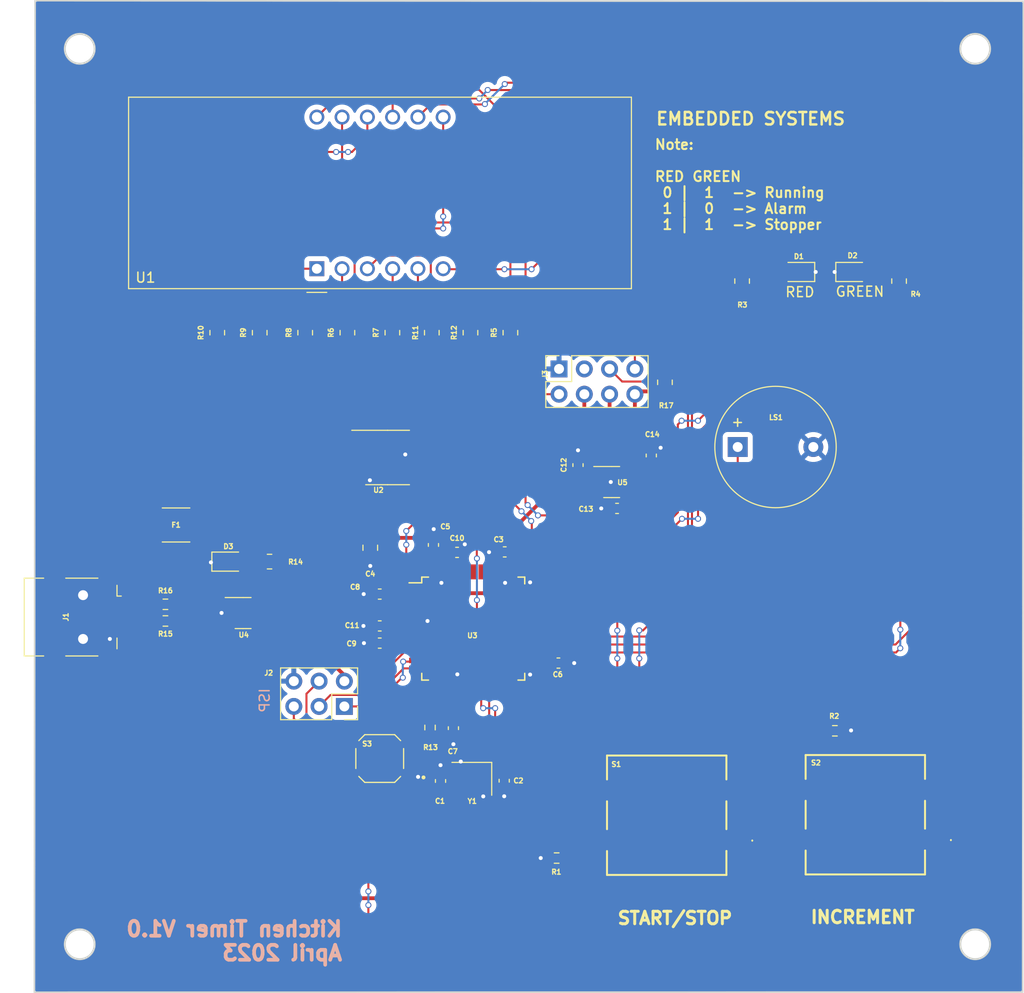
<source format=kicad_pcb>
(kicad_pcb (version 20221018) (generator pcbnew)
  (layers (0 "F.Cu" signal) (31 "B.Cu" signal) (34 "B.Paste" user) (35 "F.Paste" user) (36 "B.SilkS" user "B.Silkscreen") (37 "F.SilkS" user "F.Silkscreen") (38 "B.Mask" user) (39 "F.Mask" user) (44 "Edge.Cuts" user))
  (net 0 "")
  (net 1 "GND")
  (net 2 "Net-(D1-A)")
  (net 3 "Net-(D2-A)")
  (net 4 "Buzzer")
  (net 5 "Button_1")
  (net 6 "Button_2")
  (net 7 "RED_LED")
  (net 8 "GREEN_LED")
  (net 9 "a")
  (net 10 "Net-(U1-a)")
  (net 11 "b")
  (net 12 "Net-(U1-b)")
  (net 13 "c")
  (net 14 "Net-(U1-c)")
  (net 15 "d")
  (net 16 "Net-(U1-d)")
  (net 17 "e")
  (net 18 "Net-(U1-e)")
  (net 19 "f")
  (net 20 "Net-(U1-f)")
  (net 21 "g")
  (net 22 "Net-(U1-g)")
  (net 23 "dp")
  (net 24 "Net-(U1-DPX)")
  (net 27 "+5V")
  (net 30 "Dig4")
  (net 31 "Dig3")
  (net 32 "Dig2")
  (net 33 "Dig1")
  (net 35 "SH_CP")
  (net 36 "ST_CP")
  (net 37 "DS")
  (net 38 "XTAL2")
  (net 39 "XTAL1")
  (net 40 "RST")
  (net 41 "/AREF")
  (net 42 "/UCAP")
  (net 43 "Net-(U5-BP)")
  (net 44 "+3V3")
  (net 45 "Net-(D3-A)")
  (net 46 "Net-(J1-VBUS)")
  (net 47 "Net-(J1-D-)")
  (net 49 "Net-(J1-D+)")
  (net 51 "unconnected-(J1-Shield-Pad6)")
  (net 52 "MISO")
  (net 53 "SCK")
  (net 54 "MOSI")
  (net 55 "TX")
  (net 57 "Net-(J3-Pin_5)")
  (net 58 "RX")
  (net 60 "USB_CONN_D+")
  (net 61 "USB_CONN_D-")
  (net 62 "USB_D-")
  (net 63 "USB_D+")
  (footprint "Display_7Segment:CA56-12EWA" (layer "F.Cu") (at 132.118 59.144 90)
    (fp_text reference "U1")
    (fp_text value "CA56-12EWA")
  )
  (footprint "Resistor_SMD:R_0805_2012Metric" (layer "F.Cu") (at 167.1066 70.5612 -90)
    (fp_text reference "R17")
    (fp_text value "10K")
  )
  (footprint "PTS526_SMD_Button:PTS526_SMD_Button" (layer "F.Cu") (at 138.4398 108.3734 180)
    (fp_text reference "S3")
    (fp_text value "PTS526_SM08_SMTR2_LFS" hide)
  )
  (footprint "Resistor_SMD:R_0805_2012Metric" (layer "F.Cu") (at 143.675 65.5721 90)
    (fp_text reference "R11")
    (fp_text value "100")
  )
  (footprint "Capacitor_SMD:C_0603_1608Metric" (layer "F.Cu") (at 150.9522 110.604 -90)
    (fp_text reference "C2")
    (fp_text value "22pF")
  )
  (footprint "Resistor_SMD:R_0805_2012Metric" (layer "F.Cu") (at 147.5612 65.5721 90)
    (fp_text reference "R12")
    (fp_text value "100")
  )
  (footprint "Crystal:Crystal_SMD_Abracon_ABM8AIG-4Pin_3.2x2.5mm" (layer "F.Cu") (at 147.696 110.4138 180)
    (fp_text reference "Y1")
    (fp_text value "16MHz")
  )
  (footprint "Resistor_SMD:R_0805_2012Metric" (layer "F.Cu") (at 174.8639 60.3848 90)
    (fp_text reference "R3")
    (fp_text value "330")
  )
  (footprint "Resistor_SMD:R_0805_2012Metric" (layer "F.Cu") (at 127.3663 88.5826 180)
    (fp_text reference "R14")
    (fp_text value "1K")
  )
  (footprint "Fuse:Fuse_1812_4532Metric" (layer "F.Cu") (at 117.9702 84.8996)
    (fp_text reference "F1")
    (fp_text value "PTCSMD")
  )
  (footprint "Package_TO_SOT_SMD:SOT-23-6" (layer "F.Cu") (at 124.7079 93.751)
    (fp_text reference "U4")
    (fp_text value "USBLC6-2SC6")
  )
  (footprint "PTS125_SMD_Button:PTS125_SMD_Button" (layer "F.Cu") (at 167.2842 114.0734 180)
    (fp_text reference "S1")
    (fp_text value "PTS125SM43SMTR21M_LFS" hide)
  )
  (footprint "Resistor_SMD:R_0805_2012Metric" (layer "F.Cu") (at 135.1914 65.5721 90)
    (fp_text reference "R6")
    (fp_text value "100")
  )
  (footprint "Connector_PinSocket_2.54mm:PinSocket_2x04_P2.54mm_Vertical" (layer "F.Cu") (at 156.464 69.215 90)
    (fp_text reference "J3")
    (fp_text value "ESP_Conn")
  )
  (footprint "Capacitor_SMD:C_0603_1608Metric" (layer "F.Cu") (at 138.443 96.774 180)
    (fp_text reference "C9")
    (fp_text value "0.1uF")
  )
  (footprint "Resistor_SMD:R_0805_2012Metric" (layer "F.Cu") (at 126.3776 65.5721 90)
    (fp_text reference "R9")
    (fp_text value "100")
  )
  (footprint "Capacitor_SMD:C_0603_1608Metric" (layer "F.Cu") (at 158.369 78.8794 90)
    (fp_text reference "C12")
    (fp_text value "1uF")
  )
  (footprint "Package_QFP:TQFP-44_10x10mm_P0.8mm" (layer "F.Cu") (at 147.8406 95.3136)
    (fp_text reference "U3")
    (fp_text value "ATmega32U4-A")
  )
  (footprint "Capacitor_SMD:C_0603_1608Metric" (layer "F.Cu") (at 156.4002 98.7806)
    (fp_text reference "C6")
    (fp_text value "0.1uF")
  )
  (footprint "Resistor_SMD:R_0603_1608Metric" (layer "F.Cu") (at 116.9024 94.5486)
    (fp_text reference "R15")
    (fp_text value "22")
  )
  (footprint "Resistor_SMD:R_0603_1608Metric" (layer "F.Cu") (at 116.9024 92.8722)
    (fp_text reference "R16")
    (fp_text value "22")
  )
  (footprint "Resistor_SMD:R_0805_2012Metric" (layer "F.Cu") (at 130.9496 65.5721 90)
    (fp_text reference "R8")
    (fp_text value "100")
  )
  (footprint "Capacitor_SMD:C_0603_1608Metric" (layer "F.Cu") (at 165.735 77.9142 90)
    (fp_text reference "C14")
    (fp_text value "2.2uF")
  )
  (footprint "Capacitor_SMD:C_0603_1608Metric" (layer "F.Cu") (at 143.8402 86.9058 90)
    (fp_text reference "C5")
    (fp_text value "0.1uF")
  )
  (footprint "Capacitor_SMD:C_0603_1608Metric" (layer "F.Cu") (at 162.2936 83.2358 180)
    (fp_text reference "C13")
    (fp_text value "10nF")
  )
  (footprint "Capacitor_SMD:C_0603_1608Metric" (layer "F.Cu") (at 144.5514 110.6294 90)
    (fp_text reference "C1")
    (fp_text value "22pF")
  )
  (footprint "Resistor_SMD:R_0805_2012Metric" (layer "F.Cu") (at 122.1104 65.5721 90)
    (fp_text reference "R10")
    (fp_text value "100")
  )
  (footprint "Resistor_SMD:R_0805_2012Metric" (layer "F.Cu") (at 190.6396 60.3867 90)
    (fp_text reference "R4")
    (fp_text value "330")
  )
  (footprint "Capacitor_SMD:C_0603_1608Metric" (layer "F.Cu") (at 151.003 87.6046 180)
    (fp_text reference "C3")
    (fp_text value "0.1uF")
  )
  (footprint "Capacitor_SMD:C_0603_1608Metric" (layer "F.Cu") (at 145.8468 105.3208 -90)
    (fp_text reference "C7")
    (fp_text value "0.1uF")
  )
  (footprint "PTS125_SMD_Button:PTS125_SMD_Button" (layer "F.Cu") (at 187.2486 114.0226 180)
    (fp_text reference "S2")
    (fp_text value "PTS125SM43SMTR21M_LFS" hide)
  )
  (footprint "Capacitor_SMD:C_0603_1608Metric" (layer "F.Cu") (at 138.443 95.0468 180)
    (fp_text reference "C11")
    (fp_text value "0.1uF")
  )
  (footprint "LED_SMD:LED_0805_2012Metric" (layer "F.Cu") (at 185.966 59.4704)
    (fp_text reference "D2")
    (fp_text value "LED")
  )
  (footprint "Resistor_SMD:R_0805_2012Metric" (layer "F.Cu") (at 139.7126 65.5721 90)
    (fp_text reference "R7")
    (fp_text value "100")
  )
  (footprint "Capacitor_SMD:C_0603_1608Metric" (layer "F.Cu") (at 138.4424 91.8464 180)
    (fp_text reference "C8")
    (fp_text value "0.1uF")
  )
  (footprint "Resistor_SMD:R_0805_2012Metric" (layer "F.Cu") (at 151.5744 65.5721 90)
    (fp_text reference "R5")
    (fp_text value "100")
  )
  (footprint "Connector_USB:USB_Mini-B_Lumberg_2486_01_Horizontal" (layer "F.Cu") (at 108.623 94.155 -90)
    (fp_text reference "J1")
    (fp_text value "USB_B_Mini")
  )
  (footprint "LED_SMD:LED_0805_2012Metric" (layer "F.Cu") (at 123.2534 88.5826)
    (fp_text reference "D3")
    (fp_text value "LED")
  )
  (footprint "Package_SO:TSSOP-16_4.4x5mm_P0.65mm" (layer "F.Cu") (at 139.23 78.1178)
    (fp_text reference "U2")
    (fp_text value "74HC595")
  )
  (footprint "Resistor_SMD:R_0603_1608Metric" (layer "F.Cu") (at 184.1876 105.5878)
    (fp_text reference "R2")
    (fp_text value "10k")
  )
  (footprint "Resistor_SMD:R_0603_1608Metric" (layer "F.Cu") (at 156.2226 118.3768 180)
    (fp_text reference "R1")
    (fp_text value "10k")
  )
  (footprint "Package_TO_SOT_SMD:SOT-23-5" (layer "F.Cu") (at 161.7527 80.584)
    (fp_text reference "U5")
    (fp_text value "LP2985-3.3")
  )
  (footprint "LED_SMD:LED_0805_2012Metric" (layer "F.Cu") (at 180.475 59.4704 180)
    (fp_text reference "D1")
    (fp_text value "LED")
  )
  (footprint "Capacitor_SMD:C_0603_1608Metric" (layer "F.Cu") (at 146.2148 87.6554)
    (fp_text reference "C10")
    (fp_text value "1uF")
  )
  (footprint "Resistor_SMD:R_0603_1608Metric" (layer "F.Cu") (at 143.4972 105.2572 90)
    (fp_text reference "R13")
    (fp_text value "10k")
  )
  (footprint "Connector_PinSocket_2.54mm:PinSocket_2x03_P2.54mm_Vertical" (layer "F.Cu") (at 134.8866 103.1368 -90)
    (fp_text reference "J2")
    (fp_text value "AVR-ISP-6")
  )
  (footprint "Capacitor_SMD:C_0805_2012Metric" (layer "F.Cu") (at 137.4902 87.188 -90)
    (fp_text reference "C4")
    (fp_text value "10uF")
  )
  (footprint "Buzzer_Beeper:Buzzer_12x9.5RM7.6" (layer "F.Cu") (at 174.4218 77.0636)
    (fp_text reference "LS1")
    (fp_text value "Speaker")
  )
  (gr_circle (center 108.289 37.042) (end 109.789 37.042) (stroke (width 0.2)) (fill none) (layer "Edge.Cuts"))
  (gr_circle (center 153.289 82.042) (end 153.299 82.042) (stroke (width 0.0001)) (fill solid) (layer "Edge.Cuts"))
  (gr_circle (center 108.289 127.042) (end 109.789 127.042) (stroke (width 0.2)) (fill none) (layer "Edge.Cuts"))
  (gr_line (start 103.73 131.86) (end 103.8 32.21) (stroke (width 0.15)) (layer "Edge.Cuts"))
  (gr_line (start 203.13 32.26) (end 203.06 131.85) (stroke (width 0.15)) (layer "Edge.Cuts"))
  (gr_line (start 103.73 131.86) (end 203.06 131.85) (stroke (width 0.15)) (layer "Edge.Cuts"))
  (gr_circle (center 198.289 127.042) (end 199.789 127.042) (stroke (width 0.2)) (fill none) (layer "Edge.Cuts"))
  (gr_circle (center 198.289 37.042) (end 199.789 37.042) (stroke (width 0.2)) (fill none) (layer "Edge.Cuts"))
  (gr_line (start 103.8 32.21) (end 203.13 32.26) (stroke (width 0.15)) (layer "Edge.Cuts"))
  (gr_text "ISP" (at 127.4572 101.219 90) (layer "B.SilkS") (effects (font (size 1 1)) (justify left bottom mirror)))
  (gr_text "Kitchen Timer V1.0\nApril 2023" (at 134.8486 128.8034) (layer "B.SilkS") (effects (font (size 1.5 1.5) (thickness 0.375) bold) (justify left bottom mirror)))
  (gr_text "RED" (at 179.1208 62.0776) (layer "F.SilkS") (effects (font (size 1 1)) (justify left bottom)))
  (gr_text "INCREMENT" (at 181.61 125.0442) (layer "F.SilkS") (effects (font (size 1.25 1.25) (thickness 0.3) bold) (justify left bottom)))
  (gr_text "GREEN" (at 184.1754 62.0268) (layer "F.SilkS") (effects (font (size 1 1)) (justify left bottom)))
  (gr_text "EMBEDDED SYSTEMS" (at 166.0906 44.8056) (layer "F.SilkS") (effects (font (size 1.25 1.25) (thickness 0.25) bold) (justify left bottom)))
  (gr_text "START/STOP" (at 162.2044 125.1458) (layer "F.SilkS") (effects (font (size 1.25 1.25) (thickness 0.3) bold) (justify left bottom)))
  (gr_text "Note:\n\nRED	GREEN\n 0 |  1	-> Running\n 1 |  0	-> Alarm\n 1 |  1	-> Stopper" (at 165.989 55.2958) (layer "F.SilkS") (effects (font (size 1 1) (thickness 0.2) bold) (justify left bottom)))
  (segment (start 136.8552 96.774) (end 137.668 96.774) (width 0.381) (layer "F.Cu") (net 1))
  (segment (start 146.2404 101.0134) (end 146.2406 101.0136) (width 0.381) (layer "F.Cu") (net 1))
  (segment (start 136.8292 91.8464) (end 137.6674 91.8464) (width 0.381) (layer "F.Cu") (net 1))
  (segment (start 143.8656 85.3186) (end 143.8656 86.1054) (width 0.381) (layer "F.Cu") (net 1))
  (segment (start 161.6633 80.581) (end 160.6182 80.581) (width 0.381) (layer "F.Cu") (net 1))
  (segment (start 123.5582 93.7388) (end 123.5704 93.751) (width 0.381) (layer "F.Cu") (net 1))
  (segment (start 146.2404 99.911) (end 146.2404 101.0134) (width 0.381) (layer "F.Cu") (net 1))
  (segment (start 158.369 77.3938) (end 158.369 78.206) (width 0.381) (layer "F.Cu") (net 1))
  (segment (start 157.1752 98.7806) (end 157.988 98.7806) (width 0.381) (layer "F.Cu") (net 1))
  (segment (start 111.323 96.3474) (end 111.3154 96.355) (width 0.381) (layer "F.Cu") (net 1))
  (segment (start 144.6406 89.6136) (end 144.6406 90.7158) (width 0.381) (layer "F.Cu") (net 1))
  (segment (start 136.8044 95.0468) (end 137.668 95.0468) (width 0.381) (layer "F.Cu") (net 1))
  (segment (start 144.5514 109.0422) (end 144.5514 109.8544) (width 0.381) (layer "F.Cu") (net 1))
  (segment (start 181.4125 59.4704) (end 182.2576 59.4704) (width 0.381) (layer "F.Cu") (net 1))
  (segment (start 136.3785 80.4038) (end 136.3675 80.3928) (width 0.381) (layer "F.Cu") (net 1))
  (segment (start 160.6182 80.581) (end 160.6152 80.584) (width 0.381) (layer "F.Cu") (net 1))
  (segment (start 142.1406 94.5136) (end 143.2052 94.5136) (width 0.381) (layer "F.Cu") (net 1))
  (segment (start 146.9898 86.8426) (end 146.9898 87.6554) (width 0.381) (layer "F.Cu") (net 1))
  (segment (start 143.8656 86.1054) (end 143.8402 86.1308) (width 0.381) (layer "F.Cu") (net 1))
  (segment (start 121.4754 88.6588) (end 122.2397 88.6588) (width 0.381) (layer "F.Cu") (net 1))
  (segment (start 149.4282 87.63) (end 150.2026 87.63) (width 0.381) (layer "F.Cu") (net 1))
  (segment (start 141.4398 110.2234) (end 142.2879 110.2234) (width 0.381) (layer "F.Cu") (net 1))
  (segment (start 143.2052 94.5136) (end 143.2432 94.5516) (width 0.381) (layer "F.Cu") (net 1))
  (segment (start 150.9522 112.1664) (end 150.9522 111.379) (width 0.381) (layer "F.Cu") (net 1))
  (segment (start 137.4902 89.0166) (end 137.4902 88.138) (width 0.381) (layer "F.Cu") (net 1))
  (segment (start 150.2026 87.63) (end 150.228 87.6046) (width 0.381) (layer "F.Cu") (net 1))
  (segment (start 165.735 77.1392) (end 166.6742 77.1392) (width 0.381) (layer "F.Cu") (net 1))
  (segment (start 145.8468 106.934) (end 145.8468 106.0958) (width 0.381) (layer "F.Cu") (net 1))
  (segment (start 184.1626 59.4704) (end 185.0285 59.4704) (width 0.381) (layer "F.Cu") (net 1))
  (segment (start 122.2397 88.6588) (end 122.3159 88.5826) (width 0.381) (layer "F.Cu") (net 1))
  (segment (start 185.0126 105.5878) (end 185.7756 105.5878) (width 0.381) (layer "F.Cu") (net 1))
  (segment (start 146.596 109.6138) (end 146.596 108.684) (width 0.381) (layer "F.Cu") (net 1))
  (segment (start 185.7756 105.5878) (end 185.8136 105.5498) (width 0.381) (layer "F.Cu") (net 1))
  (segment (start 166.6742 77.1392) (end 166.6748 77.1398) (width 0.381) (layer "F.Cu") (net 1))
  (segment (start 151.0406 90.7158) (end 151.041 90.7162) (width 0.381) (layer "F.Cu") (net 1))
  (segment (start 155.3976 118.3768) (end 154.6224 118.3768) (width 0.381) (layer "F.Cu") (net 1))
  (segment (start 142.0925 77.7928) (end 141.0282 77.7928) (width 0.381) (layer "F.Cu") (net 1))
  (segment (start 146.596 108.684) (end 146.586 108.674) (width 0.381) (layer "F.Cu") (net 1))
  (segment (start 151.0406 89.6136) (end 151.0406 90.7158) (width 0.381) (layer "F.Cu") (net 1))
  (segment (start 153.5406 91.3136) (end 153.5406 90.6804) (width 0.381) (layer "F.Cu") (net 1))
  (segment (start 153.5406 99.9214) (end 153.5556 99.9364) (width 0.381) (layer "F.Cu") (net 1))
  (segment (start 148.796 111.2138) (end 148.796 112.1286) (width 0.381) (layer "F.Cu") (net 1))
  (segment (start 153.5406 90.6804) (end 153.5556 90.6654) (width 0.381) (layer "F.Cu") (net 1))
  (segment (start 141.0282 77.7928) (end 141.008 77.813) (width 0.381) (layer "F.Cu") (net 1))
  (segment (start 111.323 95.755) (end 111.323 96.3474) (width 0.381) (layer "F.Cu") (net 1))
  (segment (start 148.796 112.1286) (end 148.8466 112.1792) (width 0.381) (layer "F.Cu") (net 1))
  (segment (start 153.5406 99.3136) (end 153.5406 99.9214) (width 0.381) (layer "F.Cu") (net 1))
  (segment (start 122.5422 93.7388) (end 123.5582 93.7388) (width 0.381) (layer "F.Cu") (net 1))
  (segment (start 144.6406 90.7158) (end 144.6402 90.7162) (width 0.381) (layer "F.Cu") (net 1))
  (segment (start 160.7058 83.2358) (end 161.5186 83.2358) (width 0.381) (layer "F.Cu") (net 1))
  (segment (start 137.452 80.4038) (end 136.3785 80.4038) (width 0.381) (layer "F.Cu") (net 1))
  (segment (start 142.2879 110.2234) (end 142.2941 110.2172) (width 0.381) (layer "F.Cu") (net 1))
  (via (at 121.4754 88.6588) (size 0.6) (drill 0.4) (layers "F.Cu" "B.Cu") (net 1))
  (via (at 144.5514 109.0422) (size 0.6) (drill 0.4) (layers "F.Cu" "B.Cu") (net 1))
  (via (at 111.3154 96.355) (size 0.6) (drill 0.4) (layers "F.Cu" "B.Cu") (net 1))
  (via (at 158.369 77.3938) (size 0.6) (drill 0.4) (layers "F.Cu" "B.Cu") (net 1))
  (via (at 166.6748 77.1398) (size 0.6) (drill 0.4) (layers "F.Cu" "B.Cu") (net 1))
  (via (at 149.4282 87.63) (size 0.6) (drill 0.4) (layers "F.Cu" "B.Cu") (net 1))
  (via (at 148.8466 112.1792) (size 0.6) (drill 0.4) (layers "F.Cu" "B.Cu") (net 1))
  (via (at 145.8468 106.934) (size 0.6) (drill 0.4) (layers "F.Cu" "B.Cu") (net 1))
  (via (at 185.8136 105.5498) (size 0.6) (drill 0.4) (layers "F.Cu" "B.Cu") (net 1))
  (via (at 184.1626 59.4704) (size 0.6) (drill 0.4) (layers "F.Cu" "B.Cu") (net 1))
  (via (at 182.2576 59.4704) (size 0.6) (drill 0.4) (layers "F.Cu" "B.Cu") (net 1))
  (via (at 154.6224 118.3768) (size 0.6) (drill 0.4) (layers "F.Cu" "B.Cu") (net 1))
  (via (at 146.586 108.674) (size 0.6) (drill 0.4) (layers "F.Cu" "B.Cu") (net 1))
  (via (at 137.4902 89.0166) (size 0.6) (drill 0.4) (layers "F.Cu" "B.Cu") (net 1))
  (via (at 122.5422 93.7388) (size 0.6) (drill 0.4) (layers "F.Cu" "B.Cu") (net 1))
  (via (at 141.008 77.813) (size 0.6) (drill 0.4) (layers "F.Cu" "B.Cu") (net 1))
  (via (at 150.9522 112.1664) (size 0.6) (drill 0.4) (layers "F.Cu" "B.Cu") (net 1))
  (via (at 153.5556 99.9364) (size 0.6) (drill 0.4) (layers "F.Cu" "B.Cu") (net 1))
  (via (at 161.6633 80.581) (size 0.6) (drill 0.4) (layers "F.Cu" "B.Cu") (net 1))
  (via (at 146.2404 99.911) (size 0.6) (drill 0.4) (layers "F.Cu" "B.Cu") (net 1))
  (via (at 137.452 80.4038) (size 0.6) (drill 0.4) (layers "F.Cu" "B.Cu") (net 1))
  (via (at 142.2941 110.2172) (size 0.6) (drill 0.4) (layers "F.Cu" "B.Cu") (net 1))
  (via (at 136.8552 96.774) (size 0.6) (drill 0.4) (layers "F.Cu" "B.Cu") (net 1))
  (via (at 153.5556 90.6654) (size 0.6) (drill 0.4) (layers "F.Cu" "B.Cu") (net 1))
  (via (at 146.9898 86.8426) (size 0.6) (drill 0.4) (layers "F.Cu" "B.Cu") (net 1))
  (via (at 144.6402 90.7162) (size 0.6) (drill 0.4) (layers "F.Cu" "B.Cu") (net 1))
  (via (at 143.8656 85.3186) (size 0.6) (drill 0.4) (layers "F.Cu" "B.Cu") (net 1))
  (via (at 160.7058 83.2358) (size 0.6) (drill 0.4) (layers "F.Cu" "B.Cu") (net 1))
  (via (at 143.2432 94.5516) (size 0.6) (drill 0.4) (layers "F.Cu" "B.Cu") (net 1))
  (via (at 151.041 90.7162) (size 0.6) (drill 0.4) (layers "F.Cu" "B.Cu") (net 1))
  (via (at 136.8044 95.0468) (size 0.6) (drill 0.4) (layers "F.Cu" "B.Cu") (net 1))
  (via (at 157.988 98.7806) (size 0.6) (drill 0.4) (layers "F.Cu" "B.Cu") (net 1))
  (via (at 136.8292 91.8464) (size 0.6) (drill 0.4) (layers "F.Cu" "B.Cu") (net 1))
  (segment (start 179.5356 59.4723) (end 179.5375 59.4704) (width 0.2032) (layer "F.Cu") (net 2))
  (segment (start 174.8639 59.4723) (end 179.5356 59.4723) (width 0.2032) (layer "F.Cu") (net 2))
  (segment (start 190.6358 59.4704) (end 190.6396 59.4742) (width 0.2032) (layer "F.Cu") (net 3))
  (segment (start 186.9035 59.4704) (end 190.6358 59.4704) (width 0.2032) (layer "F.Cu") (net 3))
  (segment (start 179.616 90.4114) (end 179.616 86.7284) (width 0.2032) (layer "F.Cu") (net 4))
  (segment (start 174.4218 82.5246) (end 174.4218 77.0636) (width 0.2032) (layer "F.Cu") (net 4))
  (segment (start 179.616 86.7284) (end 176.4664 83.5788) (width 0.2032) (layer "F.Cu") (net 4))
  (segment (start 153.5406 96.1136) (end 173.9138 96.1136) (width 0.2032) (layer "F.Cu") (net 4))
  (segment (start 176.4664 83.5788) (end 175.476 83.5788) (width 0.2032) (layer "F.Cu") (net 4))
  (segment (start 175.476 83.5788) (end 174.4218 82.5246) (width 0.2032) (layer "F.Cu") (net 4))
  (segment (start 173.9138 96.1136) (end 179.616 90.4114) (width 0.2032) (layer "F.Cu") (net 4))
  (segment (start 160.1342 116.5734) (end 160.1342 117.3354) (width 0.2032) (layer "F.Cu") (net 5))
  (segment (start 155.6384 116.5734) (end 153.6064 114.5414) (width 0.2032) (layer "F.Cu") (net 5))
  (segment (start 159.1056 118.364) (end 157.0604 118.364) (width 0.2032) (layer "F.Cu") (net 5))
  (segment (start 160.1342 117.3354) (end 159.1056 118.364) (width 0.2032) (layer "F.Cu") (net 5))
  (segment (start 157.0604 118.364) (end 157.0476 118.3768) (width 0.2032) (layer "F.Cu") (net 5))
  (segment (start 149.4406 104.7622) (end 149.4406 101.0136) (width 0.2032) (layer "F.Cu") (net 5))
  (segment (start 153.6064 108.928) (end 149.4406 104.7622) (width 0.2032) (layer "F.Cu") (net 5))
  (segment (start 160.1342 116.5734) (end 155.6384 116.5734) (width 0.2032) (layer "F.Cu") (net 5))
  (segment (start 153.6064 114.5414) (end 153.6064 108.928) (width 0.2032) (layer "F.Cu") (net 5))
  (segment (start 157.0476 118.3768) (end 157.0608 118.3636) (width 0.2032) (layer "F.Cu") (net 5))
  (segment (start 155.2828 114.7192) (end 154.0128 113.4492) (width 0.2032) (layer "F.Cu") (net 6))
  (segment (start 183.4006 105.6258) (end 183.3626 105.5878) (width 0.2032) (layer "F.Cu") (net 6))
  (segment (start 180.0986 116.5226) (end 183.4006 113.2206) (width 0.2032) (layer "F.Cu") (net 6))
  (segment (start 150.0417 104.6775) (end 150.0417 103.3146) (width 0.2032) (layer "F.Cu") (net 6))
  (segment (start 180.0986 116.5226) (end 178.4222 116.5226) (width 0.2032) (layer "F.Cu") (net 6))
  (segment (start 176.8982 109.0042) (end 166.4842 109.0042) (width 0.2032) (layer "F.Cu") (net 6))
  (segment (start 176.8982 114.9986) (end 176.8982 109.0042) (width 0.2032) (layer "F.Cu") (net 6))
  (segment (start 154.0128 108.6486) (end 150.0417 104.6775) (width 0.2032) (layer "F.Cu") (net 6))
  (segment (start 154.0128 113.4492) (end 154.0128 108.6486) (width 0.2032) (layer "F.Cu") (net 6))
  (segment (start 178.4222 116.5226) (end 176.8982 114.9986) (width 0.2032) (layer "F.Cu") (net 6))
  (segment (start 160.7692 114.7192) (end 155.2828 114.7192) (width 0.2032) (layer "F.Cu") (net 6))
  (segment (start 148.6406 103.1157) (end 148.6406 101.0136) (width 0.2032) (layer "F.Cu") (net 6))
  (segment (start 148.8395 103.3146) (end 148.6406 103.1157) (width 0.2032) (layer "F.Cu") (net 6))
  (segment (start 166.4842 109.0042) (end 160.7692 114.7192) (width 0.2032) (layer "F.Cu") (net 6))
  (segment (start 183.4006 113.2206) (end 183.4006 105.6258) (width 0.2032) (layer "F.Cu") (net 6))
  (via (at 150.0417 103.3146) (size 0.6) (drill 0.4) (layers "F.Cu" "B.Cu") (net 6))
  (via (at 148.8395 103.3146) (size 0.6) (drill 0.4) (layers "F.Cu" "B.Cu") (net 6))
  (segment (start 150.0417 103.3146) (end 148.8395 103.3146) (width 0.2032) (layer "B.Cu") (net 6))
  (segment (start 173.2971 61.2973) (end 174.8639 61.2973) (width 0.2032) (layer "F.Cu") (net 7))
  (segment (start 171.323 73.5245) (end 171.323 63.2714) (width 0.2032) (layer "F.Cu") (net 7))
  (segment (start 159.8294 87.578) (end 159.8294 85.6108) (width 0.2032) (layer "F.Cu") (net 7))
  (segment (start 154.4938 92.9136) (end 159.8294 87.578) (width 0.2032) (layer "F.Cu") (net 7))
  (segment (start 170.4255 74.422) (end 171.323 73.5245) (width 0.2032) (layer "F.Cu") (net 7))
  (segment (start 168.402 74.803) (end 168.783 74.422) (width 0.2032) (layer "F.Cu") (net 7))
  (segment (start 159.8294 85.6108) (end 160.6168 84.8234) (width 0.2032) (layer "F.Cu") (net 7))
  (segment (start 153.5406 92.9136) (end 154.4938 92.9136) (width 0.2032) (layer "F.Cu") (net 7))
  (segment (start 168.402 83.6422) (end 168.402 74.803) (width 0.2032) (layer "F.Cu") (net 7))
  (segment (start 167.2208 84.8234) (end 168.402 83.6422) (width 0.2032) (layer "F.Cu") (net 7))
  (segment (start 160.6168 84.8234) (end 167.2208 84.8234) (width 0.2032) (layer "F.Cu") (net 7))
  (segment (start 171.323 63.2714) (end 173.2971 61.2973) (width 0.2032) (layer "F.Cu") (net 7))
  (via (at 170.4255 74.422) (size 0.6) (drill 0.4) (layers "F.Cu" "B.Cu") (net 7))
  (via (at 168.783 74.422) (size 0.6) (drill 0.4) (layers "F.Cu" "B.Cu") (net 7))
  (segment (start 168.783 74.422) (end 170.4255 74.422) (width 0.2032) (layer "B.Cu") (net 7))
  (segment (start 190.334284 97.7136) (end 190.759842 97.288042) (width 0.2032) (layer "F.Cu") (net 8))
  (segment (start 190.7666 95.4152) (end 190.7666 61.4262) (width 0.2032) (layer "F.Cu") (net 8))
  (segment (start 153.5406 97.7136) (end 190.334284 97.7136) (width 0.2032) (layer "F.Cu") (net 8))
  (segment (start 190.7666 61.4262) (end 190.6396 61.2992) (width 0.2032) (layer "F.Cu") (net 8))
  (via (at 190.7666 95.4152) (size 0.6) (drill 0.4) (layers "F.Cu" "B.Cu") (net 8))
  (via (at 190.759842 97.288042) (size 0.6) (drill 0.4) (layers "F.Cu" "B.Cu") (net 8))
  (segment (start 190.759842 95.421958) (end 190.7666 95.4152) (width 0.2032) (layer "B.Cu") (net 8))
  (segment (start 190.759842 97.288042) (end 190.759842 95.421958) (width 0.2032) (layer "B.Cu") (net 8))
  (segment (start 151.5744 68.7706) (end 143.8782 76.4668) (width 0.2032) (layer "F.Cu") (net 9))
  (segment (start 143.8782 76.4668) (end 142.1185 76.4668) (width 0.2032) (layer "F.Cu") (net 9))
  (segment (start 151.5744 66.4846) (end 151.5744 68.7706) (width 0.2032) (layer "F.Cu") (net 9))
  (segment (start 142.1185 76.4668) (end 142.0925 76.4928) (width 0.2032) (layer "F.Cu") (net 9))
  (segment (start 151.5744 64.6596) (end 151.5744 57.6708) (width 0.2032) (layer "F.Cu") (net 10))
  (segment (start 134.658 53.0734) (end 134.658 43.904) (width 0.2032) (layer "F.Cu") (net 10))
  (segment (start 136.0804 54.4958) (end 134.658 53.0734) (width 0.2032) (layer "F.Cu") (net 10))
  (segment (start 151.5744 57.6708) (end 148.3994 54.4958) (width 0.2032) (layer "F.Cu") (net 10))
  (segment (start 148.3994 54.4958) (end 136.0804 54.4958) (width 0.2032) (layer "F.Cu") (net 10))
  (segment (start 133.9976 67.6784) (end 133.9976 75.2222) (width 0.2032) (layer "F.Cu") (net 11))
  (segment (start 134.6182 75.8428) (end 136.3675 75.8428) (width 0.2032) (layer "F.Cu") (net 11))
  (segment (start 133.9976 75.2222) (end 134.6182 75.8428) (width 0.2032) (layer "F.Cu") (net 11))
  (segment (start 135.1914 66.4846) (end 133.9976 67.6784) (width 0.2032) (layer "F.Cu") (net 11))
  (segment (start 135.9154 56.3626) (end 137.1854 55.0926) (width 0.2032) (layer "F.Cu") (net 12))
  (segment (start 135.1914 64.6596) (end 135.1914 61.4808) (width 0.2032) (layer "F.Cu") (net 12))
  (segment (start 135.1914 61.4808) (end 135.9154 60.7568) (width 0.2032) (layer "F.Cu") (net 12))
  (segment (start 144.8137 55.0926) (end 144.818 55.0969) (width 0.2032) (layer "F.Cu") (net 12))
  (segment (start 135.9154 60.7568) (end 135.9154 56.3626) (width 0.2032) (layer "F.Cu") (net 12))
  (segment (start 144.818 53.8947) (end 144.818 43.904) (width 0.2032) (layer "F.Cu") (net 12))
  (segment (start 137.1854 55.0926) (end 144.8137 55.0926) (width 0.2032) (layer "F.Cu") (net 12))
  (via (at 144.818 55.0969) (size 0.6) (drill 0.4) (layers "F.Cu" "B.Cu") (net 12))
  (via (at 144.818 53.8947) (size 0.6) (drill 0.4) (layers "F.Cu" "B.Cu") (net 12))
  (segment (start 144.818 55.0969) (end 144.818 53.8947) (width 0.2032) (layer "B.Cu") (net 12))
  (segment (start 136.3675 76.4928) (end 138.2388 76.4928) (width 0.2032) (layer "F.Cu") (net 13))
  (segment (start 139.738 66.51) (end 139.7126 66.4846) (width 0.2032) (layer "F.Cu") (net 13))
  (segment (start 139.738 74.9936) (end 139.738 66.51) (width 0.2032) (layer "F.Cu") (net 13))
  (segment (start 138.2388 76.4928) (end 139.738 74.9936) (width 0.2032) (layer "F.Cu") (net 13))
  (segment (start 139.7126 64.6596) (end 139.738 64.6342) (width 0.2032) (layer "F.Cu") (net 14))
  (segment (start 139.738 64.6342) (end 139.738 59.144) (width 0.2032) (layer "F.Cu") (net 14))
  (segment (start 132.7276 77.0764) (end 136.3011 77.0764) (width 0.2032) (layer "F.Cu") (net 15))
  (segment (start 136.3011 77.0764) (end 136.3675 77.1428) (width 0.2032) (layer "F.Cu") (net 15))
  (segment (start 130.9496 75.2984) (end 132.7276 77.0764) (width 0.2032) (layer "F.Cu") (net 15))
  (segment (start 130.9496 66.4846) (end 130.9496 75.2984) (width 0.2032) (layer "F.Cu") (net 15))
  (segment (start 134.277 61.0998) (end 134.658 60.7188) (width 0.2032) (layer "F.Cu") (net 16))
  (segment (start 130.9496 64.6596) (end 130.9496 62.7254) (width 0.2032) (layer "F.Cu") (net 16))
  (segment (start 134.658 60.7188) (end 134.658 59.144) (width 0.2032) (layer "F.Cu") (net 16))
  (segment (start 130.9496 62.7254) (end 132.5752 61.0998) (width 0.2032) (layer "F.Cu") (net 16))
  (segment (start 132.5752 61.0998) (end 134.277 61.0998) (width 0.2032) (layer "F.Cu") (net 16))
  (segment (start 126.3776 66.4846) (end 126.3776 71.29661) (width 0.2032) (layer "F.Cu") (net 17))
  (segment (start 132.87379 77.7928) (end 136.3675 77.7928) (width 0.2032) (layer "F.Cu") (net 17))
  (segment (start 126.3776 71.29661) (end 132.87379 77.7928) (width 0.2032) (layer "F.Cu") (net 17))
  (segment (start 126.3776 60.4394) (end 127.673 59.144) (width 0.2032) (layer "F.Cu") (net 18))
  (segment (start 126.3776 64.6596) (end 126.3776 60.4394) (width 0.2032) (layer "F.Cu") (net 18))
  (segment (start 127.673 59.144) (end 132.118 59.144) (width 0.2032) (layer "F.Cu") (net 18))
  (segment (start 122.1104 67.59962) (end 132.95358 78.4428) (width 0.2032) (layer "F.Cu") (net 19))
  (segment (start 122.1104 66.4846) (end 122.1104 67.59962) (width 0.2032) (layer "F.Cu") (net 19))
  (segment (start 132.95358 78.4428) (end 136.3675 78.4428) (width 0.2032) (layer "F.Cu") (net 19))
  (segment (start 135.2591 47.4092) (end 135.6486 47.4092) (width 0.2032) (layer "F.Cu") (net 20))
  (segment (start 135.6486 47.4092) (end 137.198 45.8598) (width 0.2032) (layer "F.Cu") (net 20))
  (segment (start 132.9848 47.406) (end 134.0537 47.406) (width 0.2032) (layer "F.Cu") (net 20))
  (segment (start 134.0537 47.406) (end 134.0569 47.4092) (width 0.2032) (layer "F.Cu") (net 20))
  (segment (start 132.9054 47.4854) (end 132.9848 47.406) (width 0.2032) (layer "F.Cu") (net 20))
  (segment (start 122.1104 64.6596) (end 122.1104 58.2804) (width 0.2032) (layer "F.Cu") (net 20))
  (segment (start 122.1104 58.2804) (end 132.9054 47.4854) (width 0.2032) (layer "F.Cu") (net 20))
  (segment (start 137.198 45.8598) (end 137.198 43.904) (width 0.2032) (layer "F.Cu") (net 20))
  (via (at 135.2591 47.4092) (size 0.6) (drill 0.4) (layers "F.Cu" "B.Cu") (net 20))
  (via (at 134.0569 47.4092) (size 0.6) (drill 0.4) (layers "F.Cu" "B.Cu") (net 20))
  (segment (start 134.0569 47.4092) (end 135.2591 47.4092) (width 0.2032) (layer "B.Cu") (net 20))
  (segment (start 137.022948 79.0928) (end 136.3675 79.0928) (width 0.2032) (layer "F.Cu") (net 21))
  (segment (start 138.4046 77.711148) (end 137.022948 79.0928) (width 0.2032) (layer "F.Cu") (net 21))
  (segment (start 143.675 71.6662) (end 143.675 66.4846) (width 0.2032) (layer "F.Cu") (net 21))
  (segment (start 138.4046 76.9366) (end 143.675 71.6662) (width 0.2032) (layer "F.Cu") (net 21))
  (segment (start 138.4046 77.711148) (end 138.4046 76.9366) (width 0.2032) (layer "F.Cu") (net 21))
  (segment (start 142.278 63.2626) (end 142.278 59.144) (width 0.2032) (layer "F.Cu") (net 22))
  (segment (start 143.675 64.6596) (end 142.278 63.2626) (width 0.2032) (layer "F.Cu") (net 22))
  (segment (start 136.3675 79.7428) (end 137.022948 79.7428) (width 0.2032) (layer "F.Cu") (net 23))
  (segment (start 138.811 77.954748) (end 138.811 77.10041) (width 0.2032) (layer "F.Cu") (net 23))
  (segment (start 138.811 77.10041) (end 147.5612 68.35021) (width 0.2032) (layer "F.Cu") (net 23))
  (segment (start 137.022948 79.7428) (end 138.811 77.954748) (width 0.2032) (layer "F.Cu") (net 23))
  (segment (start 147.5612 68.35021) (end 147.5612 66.4846) (width 0.2032) (layer "F.Cu") (net 23))
  (segment (start 147.5612 64.6596) (end 147.1332 64.6596) (width 0.2032) (layer "F.Cu") (net 24))
  (segment (start 147.1332 64.6596) (end 143.5734 61.0998) (width 0.2032) (layer "F.Cu") (net 24))
  (segment (start 143.5734 57.8994) (end 143.4972 57.8232) (width 0.2032) (layer "F.Cu") (net 24))
  (segment (start 143.5734 61.0998) (end 143.5734 57.8994) (width 0.2032) (layer "F.Cu") (net 24))
  (segment (start 138.5188 57.8232) (end 137.198 59.144) (width 0.2032) (layer "F.Cu") (net 24))
  (segment (start 143.4972 57.8232) (end 138.5188 57.8232) (width 0.2032) (layer "F.Cu") (net 24))
  (segment (start 142.1406 92.1136) (end 143.2716 92.1136) (width 0.381) (layer "F.Cu") (net 27))
  (segment (start 144.653 104.2926) (end 145.4406 103.505) (width 0.381) (layer "F.Cu") (net 27))
  (segment (start 144.691 93.533) (end 144.691 96.3042) (width 0.381) (layer "F.Cu") (net 27))
  (segment (start 128.2572 88.6042) (end 128.2788 88.5826) (width 0.508) (layer "F.Cu") (net 27))
  (segment (start 134.8866 100.0124) (end 134.8866 100.5968) (width 0.381) (layer "F.Cu") (net 27))
  (segment (start 143.8402 87.6808) (end 142.9004 87.6808) (width 0.381) (layer "F.Cu") (net 27))
  (segment (start 142.1406 96.1136) (end 140.97 96.1136) (width 0.381) (layer "F.Cu") (net 27))
  (segment (start 145.4406 98.2826) (end 145.4406 101.0136) (width 0.381) (layer "F.Cu") (net 27))
  (segment (start 120.1077 84.8996) (end 127.2412 84.8996) (width 0.508) (layer "F.Cu") (net 27))
  (segment (start 158.369 79.6544) (end 157.5308 79.6544) (width 0.381) (layer "F.Cu") (net 27))
  (segment (start 142.4686 86.4362) (end 142.2274 86.195) (width 0.381) (layer "F.Cu") (net 27))
  (segment (start 143.2716 96.1136) (end 144.0893 96.9313) (width 0.381) (layer "F.Cu") (net 27))
  (segment (start 171.869 114.1386) (end 174.4342 111.5734) (width 0.381) (layer "F.Cu") (net 27))
  (segment (start 120.904 99.3394) (end 122.9614 97.282) (width 0.381) (layer "F.Cu") (net 27))
  (segment (start 155.3582 98.5136) (end 153.5406 98.5136) (width 0.381) (layer "F.Cu") (net 27))
  (segment (start 139.4206 81.633528) (end 139.4206 86.195) (width 0.381) (layer "F.Cu") (net 27))
  (segment (start 140.3096 96.774) (end 139.218 96.774) (width 0.381) (layer "F.Cu") (net 27))
  (segment (start 169.1766 122.4154) (end 171.869 119.723) (width 0.381) (layer "F.Cu") (net 27))
  (segment (start 139.4206 86.195) (end 139.4206 89.7636) (width 0.381) (layer "F.Cu") (net 27))
  (segment (start 140.97 96.1136) (end 140.3096 96.774) (width 0.381) (layer "F.Cu") (net 27))
  (segment (start 133.0071 98.1329) (end 134.8866 100.0124) (width 0.381) (layer "F.Cu") (net 27))
  (segment (start 124.8658 93.751) (end 124.7012 93.5864) (width 0.508) (layer "F.Cu") (net 27))
  (segment (start 142.9004 87.6808) (end 142.4686 87.249) (width 0.381) (layer "F.Cu") (net 27))
  (segment (start 133.0071 98.1329) (end 138.8237 98.1329) (width 0.381) (layer "F.Cu") (net 27))
  (segment (start 140.1318 91.8464) (end 139.2174 91.8464) (width 0.381) (layer "F.Cu") (net 27))
  (segment (start 144.3872 106.0822) (end 144.653 105.8164) (width 0.381) (layer "F.Cu") (net 27))
  (segment (start 139.4206 77.733528) (end 139.4206 81.633528) (width 0.381) (layer "F.Cu") (net 27))
  (segment (start 128.2572 90.3606) (end 128.2572 88.6042) (width 0.508) (layer "F.Cu") (net 27))
  (segment (start 155.6252 98.7806) (end 155.3582 98.5136) (width 0.381) (layer "F.Cu") (net 27))
  (segment (start 140.335 91.8464) (end 140.1318 91.8464) (width 0.381) (layer "F.Cu") (net 27))
  (segment (start 151.0664 91.7576) (end 151.8406 90.9834) (width 0.381) (layer "F.Cu") (net 27))
  (segment (start 124.7012 91.5544) (end 125.4632 90.7924) (width 0.508) (layer "F.Cu") (net 27))
  (segment (start 145.4406 103.505) (end 145.4406 104.1396) (width 0.381) (layer "F.Cu") (net 27))
  (segment (start 171.869 119.723) (end 171.869 114.1386) (width 0.381) (layer "F.Cu") (net 27))
  (segment (start 125.4632 90.7924) (end 127.8254 90.7924) (width 0.508) (layer "F.Cu") (net 27))
  (segment (start 194.3986 111.5226) (end 189.4966 116.4246) (width 0.381) (layer "F.Cu") (net 27))
  (segment (start 142.4686 87.249) (end 142.4686 86.4362) (width 0.381) (layer "F.Cu") (net 27))
  (segment (start 142.2274 86.195) (end 139.4206 86.195) (width 0.381) (layer "F.Cu") (net 27))
  (segment (start 143.2716 92.1136) (end 144.691 93.533) (width 0.381) (layer "F.Cu") (net 27))
  (segment (start 151.778 87.6046) (end 151.778 89.551) (width 0.381) (layer "F.Cu") (net 27))
  (segment (start 127.8254 90.7924) (end 128.2572 90.3606) (width 0.508) (layer "F.Cu") (net 27))
  (segment (start 153.5406 98.5136) (end 145.6716 98.5136) (width 0.381) (layer "F.Cu") (net 27))
  (segment (start 145.6716 98.5136) (end 145.4406 98.2826) (width 0.381) (layer "F.Cu") (net 27))
  (segment (start 151.8406 90.9834) (end 151.8406 89.6136) (width 0.381) (layer "F.Cu") (net 27))
  (segment (start 189.4966 121.8312) (end 188.9124 122.4154) (width 0.381) (layer "F.Cu") (net 27))
  (segment (start 128.2788 88.5826) (end 128.2788 86.3092) (width 0.508) (layer "F.Cu") (net 27))
  (segment (start 128.2788 86.3092) (end 128.2788 85.9372) (width 0.508) (layer "F.Cu") (net 27))
  (segment (start 144.653 105.8164) (end 144.653 104.2926) (width 0.381) (layer "F.Cu") (net 27))
  (segment (start 141.311328 79.7428) (end 139.4206 81.633528) (width 0.381) (layer "F.Cu") (net 27))
  (segment (start 142.1406 96.1136) (end 143.2716 96.1136) (width 0.381) (layer "F.Cu") (net 27))
  (segment (start 143.8402 87.6808) (end 143.8402 89.6132) (width 0.381) (layer "F.Cu") (net 27))
  (segment (start 160.6152 81.534) (end 155.6512 81.534) (width 0.381) (layer "F.Cu") (net 27))
  (segment (start 143.8406 90.893115) (end 144.705085 91.7576) (width 0.381) (layer "F.Cu") (net 27))
  (segment (start 132.1562 97.282) (end 133.0071 98.1329) (width 0.381) (layer "F.Cu") (net 27))
  (segment (start 141.311328 75.8428) (end 139.4206 77.733528) (width 0.381) (layer "F.Cu") (net 27))
  (segment (start 169.1766 122.4154) (end 125.8442 122.4154) (width 0.381) (layer "F.Cu") (net 27))
  (segment (start 145.4406 104.1396) (end 145.8468 104.5458) (width 0.381) (layer "F.Cu") (net 27))
  (segment (start 128.2788 85.9372) (end 127.2412 84.8996) (width 0.508) (layer "F.Cu") (net 27))
  (segment (start 145.4406 101.0136) (end 145.4406 103.505) (width 0.381) (layer "F.Cu") (net 27))
  (segment (start 140.6022 92.1136) (end 140.335 91.8464) (width 0.381) (layer "F.Cu") (net 27))
  (segment (start 139.2174 97.7392) (end 139.2174 96.7746) (width 0.381) (layer "F.Cu") (net 27))
  (segment (start 139.4206 86.195) (end 137.5332 86.195) (width 0.381) (layer "F.Cu") (net 27))
  (segment (start 144.691 96.3042) (end 144.0893 96.9059) (width 0.381) (layer "F.Cu") (net 27))
  (segment (start 137.419 86.3092) (end 128.2788 86.3092) (width 0.381) (layer "F.Cu") (net 27))
  (segment (start 125.8442 122.4154) (end 120.904 117.4752) (width 0.381) (layer "F.Cu") (net 27))
  (segment (start 151.778 85.4072) (end 151.778 87.6046) (width 0.381) (layer "F.Cu") (net 27))
  (segment (start 139.4206 89.7636) (end 140.1572 90.5002) (width 0.381) (layer "F.Cu") (net 27))
  (segment (start 144.0893 96.9059) (end 144.0893 96.9313) (width 0.381) (layer "F.Cu") (net 27))
  (segment (start 144.0893 96.9313) (end 145.4406 98.2826) (width 0.381) (layer "F.Cu") (net 27))
  (segment (start 142.0925 75.8428) (end 141.311328 75.8428) (width 0.381) (layer "F.Cu") (net 27))
  (segment (start 158.369 79.6544) (end 160.5948 79.6544) (width 0.381) (layer "F.Cu") (net 27))
  (segment (start 138.8237 98.1329) (end 139.2174 97.7392) (width 0.381) (layer "F.Cu") (net 27))
  (segment (start 189.4966 116.4246) (end 189.4966 121.8312) (width 0.381) (layer "F.Cu") (net 27))
  (segment (start 142.1406 92.1136) (end 140.6022 92.1136) (width 0.381) (layer "F.Cu") (net 27))
  (segment (start 188.9124 122.4154) (end 169.1766 122.4154) (width 0.381) (layer "F.Cu") (net 27))
  (segment (start 140.1572 91.821) (end 140.1318 91.8464) (width 0.381) (layer "F.Cu") (net 27))
  (segment (start 155.6512 81.534) (end 151.778 85.4072) (width 0.381) (layer "F.Cu") (net 27))
  (segment (start 143.4972 106.0822) (end 144.3872 106.0822) (width 0.381) (layer "F.Cu") (net 27))
  (segment (start 122.9614 97.282) (end 132.1562 97.282) (width 0.381) (layer "F.Cu") (net 27))
  (segment (start 120.904 117.4752) (end 120.904 99.3394) (width 0.381) (layer "F.Cu") (net 27))
  (segment (start 125.8454 93.751) (end 124.8658 93.751) (width 0.508) (layer "F.Cu") (net 27))
  (segment (start 160.5948 79.6544) (end 160.6152 79.634) (width 0.381) (layer "F.Cu") (net 27))
  (segment (start 124.7012 93.5864) (end 124.7012 91.5544) (width 0.508) (layer "F.Cu") (net 27))
  (segment (start 157.5308 79.6544) (end 155.6512 81.534) (width 0.381) (layer "F.Cu") (net 27))
  (segment (start 142.0925 79.7428) (end 141.311328 79.7428) (width 0.381) (layer "F.Cu") (net 27))
  (segment (start 143.8402 89.6132) (end 143.8406 89.6136) (width 0.381) (layer "F.Cu") (net 27))
  (segment (start 144.705085 91.7576) (end 151.0664 91.7576) (width 0.381) (layer "F.Cu") (net 27))
  (segment (start 139.2174 96.7746) (end 139.218 96.774) (width 0.381) (layer "F.Cu") (net 27))
  (segment (start 143.8406 89.6136) (end 143.8406 90.893115) (width 0.381) (layer "F.Cu") (net 27))
  (segment (start 140.1572 90.5002) (end 140.1572 91.821) (width 0.381) (layer "F.Cu") (net 27))
  (segment (start 144.8688 59.1948) (end 144.818 59.144) (width 0.2032) (layer "F.Cu") (net 30))
  (segment (start 160.2326 85.8648) (end 160.8708 85.2266) (width 0.2032) (layer "F.Cu") (net 30))
  (segment (start 183.426 57.7216) (end 182.4608 56.7564) (width 0.2032) (layer "F.Cu") (net 30))
  (segment (start 156.137281 56.7564) (end 153.698881 59.1948) (width 0.2032) (layer "F.Cu") (net 30))
  (segment (start 154.4938 93.7136) (end 160.2326 87.9748) (width 0.2032) (layer "F.Cu") (net 30))
  (segment (start 153.5406 93.7136) (end 154.4938 93.7136) (width 0.2032) (layer "F.Cu") (net 30))
  (segment (start 167.387811 85.2266) (end 167.8707 85.2266) (width 0.2032) (layer "F.Cu") (net 30))
  (segment (start 160.8708 85.2266) (end 167.387811 85.2266) (width 0.2032) (layer "F.Cu") (net 30))
  (segment (start 150.9733 59.1948) (end 144.8688 59.1948) (width 0.2032) (layer "F.Cu") (net 30))
  (segment (start 183.426 62.6492) (end 183.426 57.7216) (width 0.2032) (layer "F.Cu") (net 30))
  (segment (start 167.8707 85.2266) (end 168.8201 84.2772) (width 0.2032) (layer "F.Cu") (net 30))
  (segment (start 170.434 84.2772) (end 170.434 75.6412) (width 0.2032) (layer "F.Cu") (net 30))
  (segment (start 160.2326 87.9748) (end 160.2326 85.8648) (width 0.2032) (layer "F.Cu") (net 30))
  (segment (start 182.4608 56.7564) (end 156.137281 56.7564) (width 0.2032) (layer "F.Cu") (net 30))
  (segment (start 170.434 75.6412) (end 183.426 62.6492) (width 0.2032) (layer "F.Cu") (net 30))
  (via (at 168.8201 84.2772) (size 0.6) (drill 0.4) (layers "F.Cu" "B.Cu") (net 30))
  (via (at 170.434 84.2772) (size 0.6) (drill 0.4) (layers "F.Cu" "B.Cu") (net 30))
  (via (at 153.698881 59.1948) (size 0.6) (drill 0.4) (layers "F.Cu" "B.Cu") (net 30))
  (via (at 150.9733 59.1948) (size 0.6) (drill 0.4) (layers "F.Cu" "B.Cu") (net 30))
  (segment (start 153.698881 59.1948) (end 150.9733 59.1948) (width 0.2032) (layer "B.Cu") (net 30))
  (segment (start 168.8201 84.2772) (end 170.434 84.2772) (width 0.2032) (layer "B.Cu") (net 30))
  (segment (start 137.8838 107.658) (end 137.2996 108.2422) (width 0.2032) (layer "F.Cu") (net 31))
  (segment (start 137.2996 123.1054) (end 137.2996 125.3616) (width 0.2032) (layer "F.Cu") (net 31))
  (segment (start 143.8406 101.7012) (end 137.8838 107.658) (width 0.2032) (layer "F.Cu") (net 31))
  (segment (start 148.973325 42.631942) (end 143.550058 42.631942) (width 0.2032) (layer "F.Cu") (net 31))
  (segment (start 151.142145 40.4496) (end 151.006645 40.5851) (width 0.2032) (layer "F.Cu") (net 31))
  (segment (start 197.9802 123.9394) (end 197.9802 53.11279) (width 0.2032) (layer "F.Cu") (net 31))
  (segment (start 197.9802 53.11279) (end 185.31701 40.4496) (width 0.2032) (layer "F.Cu") (net 31))
  (segment (start 143.550058 42.631942) (end 142.278 43.904) (width 0.2032) (layer "F.Cu") (net 31))
  (segment (start 149.009591 42.595676) (end 148.973325 42.631942) (width 0.2032) (layer "F.Cu") (net 31))
  (segment (start 185.31701 40.4496) (end 151.142145 40.4496) (width 0.2032) (layer "F.Cu") (net 31))
  (segment (start 138.5824 126.6444) (end 195.2752 126.6444) (width 0.2032) (layer "F.Cu") (net 31))
  (segment (start 137.2996 125.3616) (end 138.5824 126.6444) (width 0.2032) (layer "F.Cu") (net 31))
  (segment (start 143.8406 101.0136) (end 143.8406 101.7012) (width 0.2032) (layer "F.Cu") (net 31))
  (segment (start 195.2752 126.6444) (end 197.9802 123.9394) (width 0.2032) (layer "F.Cu") (net 31))
  (segment (start 137.2996 108.2422) (end 137.2996 121.7254) (width 0.2032) (layer "F.Cu") (net 31))
  (via (at 137.2996 121.7254) (size 0.6) (drill 0.4) (layers "F.Cu" "B.Cu") (net 31))
  (via (at 149.009591 42.595676) (size 0.6) (drill 0.4) (layers "F.Cu" "B.Cu") (net 31))
  (via (at 151.006645 40.5851) (size 0.6) (drill 0.4) (layers "F.Cu" "B.Cu") (net 31))
  (via (at 137.2996 123.1054) (size 0.6) (drill 0.4) (layers "F.Cu" "B.Cu") (net 31))
  (segment (start 137.2996 121.7254) (end 137.2996 123.1054) (width 0.2032) (layer "B.Cu") (net 31))
  (segment (start 151.006645 40.5851) (end 149.009591 42.582154) (width 0.2032) (layer "B.Cu") (net 31))
  (segment (start 149.009591 42.582154) (end 149.009591 42.595676) (width 0.2032) (layer "B.Cu") (net 31))
  (segment (start 153.5406 96.9136) (end 190.2842 96.9136) (width 0.2032) (layer "F.Cu") (net 32))
  (segment (start 150.66 41.1862) (end 149.300284 41.1862) (width 0.2032) (layer "F.Cu") (net 32))
  (segment (start 196.6848 52.3876) (end 185.4834 41.1862) (width 0.2032) (layer "F.Cu") (net 32))
  (segment (start 139.986058 42.030342) (end 139.738 42.2784) (width 0.2032) (layer "F.Cu") (net 32))
  (segment (start 149.300284 41.1862) (end 149.294342 41.180258) (width 0.2032) (layer "F.Cu") (net 32))
  (segment (start 185.4834 41.1862) (end 150.66 41.1862) (width 0.2032) (layer "F.Cu") (net 32))
  (segment (start 139.738 42.2784) (end 139.738 43.904) (width 0.2032) (layer "F.Cu") (net 32))
  (segment (start 148.444258 42.030342) (end 139.986058 42.030342) (width 0.2032) (layer "F.Cu") (net 32))
  (segment (start 196.6848 90.513) (end 196.6848 52.3876) (width 0.2032) (layer "F.Cu") (net 32))
  (segment (start 190.2842 96.9136) (end 196.6848 90.513) (width 0.2032) (layer "F.Cu") (net 32))
  (via (at 149.294342 41.180258) (size 0.6) (drill 0.4) (layers "F.Cu" "B.Cu") (net 32))
  (via (at 148.444258 42.030342) (size 0.6) (drill 0.4) (layers "F.Cu" "B.Cu") (net 32))
  (segment (start 149.294342 41.180258) (end 148.444258 42.030342) (width 0.2032) (layer "B.Cu") (net 32))
  (segment (start 153.097781 45.833781) (end 148.4248 41.1608) (width 0.2032) (layer "F.Cu") (net 33))
  (segment (start 134.8612 41.1608) (end 132.118 43.904) (width 0.2032) (layer "F.Cu") (net 33))
  (segment (start 148.4248 41.1608) (end 134.8612 41.1608) (width 0.2032) (layer "F.Cu") (net 33))
  (segment (start 154.4938 92.1136) (end 156.121 90.4864) (width 0.2032) (layer "F.Cu") (net 33))
  (segment (start 156.121 84.7472) (end 155.3082 83.9344) (width 0.2032) (layer "F.Cu") (net 33))
  (segment (start 155.3082 83.9344) (end 154.343 83.9344) (width 0.2032) (layer "F.Cu") (net 33))
  (segment (start 153.097781 82.689181) (end 153.097781 45.833781) (width 0.2032) (layer "F.Cu") (net 33))
  (segment (start 153.5406 92.1136) (end 154.4938 92.1136) (width 0.2032) (layer "F.Cu") (net 33))
  (segment (start 153.308996 82.900396) (end 153.097781 82.689181) (width 0.2032) (layer "F.Cu") (net 33))
  (segment (start 156.121 90.4864) (end 156.121 84.7472) (width 0.2032) (layer "F.Cu") (net 33))
  (via (at 153.308996 82.900396) (size 0.6) (drill 0.4) (layers "F.Cu" "B.Cu") (net 33))
  (via (at 154.343 83.9344) (size 0.6) (drill 0.4) (layers "F.Cu" "B.Cu") (net 33))
  (segment (start 154.343 83.9344) (end 153.308996 82.900396) (width 0.2032) (layer "B.Cu") (net 33))
  (segment (start 141.1096 91.1734) (end 141.2498 91.3136) (width 0.2032) (layer "F.Cu") (net 35))
  (segment (start 142.0925 79.0928) (end 142.747948 79.0928) (width 0.2032) (layer "F.Cu") (net 35))
  (segment (start 143.4464 79.083) (end 143.8528 79.4894) (width 0.2032) (layer "F.Cu") (net 35))
  (segment (start 141.1096 86.885) (end 141.1096 91.1734) (width 0.2032) (layer "F.Cu") (net 35))
  (segment (start 143.8528 80.0482) (end 143.8528 82.7618) (width 0.2032) (layer "F.Cu") (net 35))
  (segment (start 143.8528 82.7618) (end 141.1096 85.505) (width 0.2032) (layer "F.Cu") (net 35))
  (segment (start 142.757748 79.083) (end 143.4464 79.083) (width 0.2032) (layer "F.Cu") (net 35))
  (segment (start 142.747948 79.0928) (end 142.757748 79.083) (width 0.2032) (layer "F.Cu") (net 35))
  (segment (start 143.8528 79.4894) (end 143.8528 80.0482) (width 0.2032) (layer "F.Cu") (net 35))
  (segment (start 141.2498 91.3136) (end 142.1406 91.3136) (width 0.2032) (layer "F.Cu") (net 35))
  (via (at 141.1096 85.505) (size 0.6) (drill 0.4) (layers "F.Cu" "B.Cu") (net 35))
  (via (at 141.1096 86.885) (size 0.6) (drill 0.4) (layers "F.Cu" "B.Cu") (net 35))
  (segment (start 141.1096 85.505) (end 141.1096 86.885) (width 0.2032) (layer "B.Cu") (net 35))
  (segment (start 148.209 92.4476) (end 148.209 94.5898) (width 0.2032) (layer "F.Cu") (net 36))
  (segment (start 148.9328 95.3136) (end 153.5406 95.3136) (width 0.2032) (layer "F.Cu") (net 36))
  (segment (start 148.209 94.5898) (end 148.9328 95.3136) (width 0.2032) (layer "F.Cu") (net 36))
  (segment (start 148.197619 88.253619) (end 148.209 88.265) (width 0.2032) (layer "F.Cu") (net 36))
  (segment (start 142.0925 78.4428) (end 143.37641 78.4428) (width 0.2032) (layer "F.Cu") (net 36))
  (segment (start 148.197619 83.264009) (end 148.197619 88.253619) (width 0.2032) (layer "F.Cu") (net 36))
  (segment (start 143.37641 78.4428) (end 148.197619 83.264009) (width 0.2032) (layer "F.Cu") (net 36))
  (via (at 148.209 88.265) (size 0.6) (drill 0.4) (layers "F.Cu" "B.Cu") (net 36))
  (via (at 148.209 92.4476) (size 0.6) (drill 0.4) (layers "F.Cu" "B.Cu") (net 36))
  (segment (start 148.209 88.265) (end 148.209 92.4476) (width 0.2032) (layer "B.Cu") (net 36))
  (segment (start 146.3068 77.1428) (end 152.686696 83.522696) (width 0.2032) (layer "F.Cu") (net 37))
  (segment (start 152.5874 94.5136) (end 153.5406 94.5136) (width 0.2032) (layer "F.Cu") (net 37))
  (segment (start 153.7254 84.5614) (end 153.7254 89.505) (width 0.2032) (layer "F.Cu") (net 37))
  (segment (start 152.3618 90.8686) (end 152.3618 94.288) (width 0.2032) (layer "F.Cu") (net 37))
  (segment (start 153.7254 89.505) (end 152.3618 90.8686) (width 0.2032) (layer "F.Cu") (net 37))
  (segment (start 142.0925 77.1428) (end 146.3068 77.1428) (width 0.2032) (layer "F.Cu") (net 37))
  (segment (start 153.662504 84.498504) (end 153.7254 84.5614) (width 0.2032) (layer "F.Cu") (net 37))
  (segment (start 152.3618 94.288) (end 152.5874 94.5136) (width 0.2032) (layer "F.Cu") (net 37))
  (via (at 152.686696 83.522696) (size 0.6) (drill 0.4) (layers "F.Cu" "B.Cu") (net 37))
  (via (at 153.662504 84.498504) (size 0.6) (drill 0.4) (layers "F.Cu" "B.Cu") (net 37))
  (segment (start 152.686696 83.522696) (end 153.662504 84.498504) (width 0.2032) (layer "B.Cu") (net 37))
  (segment (start 147.4992 111.2138) (end 147.5976 111.1154) (width 0.2032) (layer "F.Cu") (net 38))
  (segment (start 144.742 111.2138) (end 146.596 111.2138) (width 0.2032) (layer "F.Cu") (net 38))
  (segment (start 147.5976 107.2118) (end 147.0406 106.6548) (width 0.2032) (layer "F.Cu") (net 38))
  (segment (start 144.5514 111.4044) (end 144.742 111.2138) (width 0.2032) (layer "F.Cu") (net 38))
  (segment (start 147.0406 106.6548) (end 147.0406 101.0136) (width 0.2032) (layer "F.Cu") (net 38))
  (segment (start 146.596 111.2138) (end 147.4992 111.2138) (width 0.2032) (layer "F.Cu") (net 38))
  (segment (start 147.5976 111.1154) (end 147.5976 107.2118) (width 0.2032) (layer "F.Cu") (net 38))
  (segment (start 147.8406 106.642) (end 148.796 107.5974) (width 0.2032) (layer "F.Cu") (net 39))
  (segment (start 150.9522 109.829) (end 150.737 109.6138) (width 0.2032) (layer "F.Cu") (net 39))
  (segment (start 148.796 107.5974) (end 148.796 109.6138) (width 0.2032) (layer "F.Cu") (net 39))
  (segment (start 150.737 109.6138) (end 148.796 109.6138) (width 0.2032) (layer "F.Cu") (net 39))
  (segment (start 147.8406 101.0136) (end 147.8406 106.642) (width 0.2032) (layer "F.Cu") (net 39))
  (segment (start 130.909589 105.4704) (end 137.7556 105.4704) (width 0.2032) (layer "F.Cu") (net 40))
  (segment (start 144.183 99.403) (end 144.6406 99.8606) (width 0.2032) (layer "F.Cu") (net 40))
  (segment (start 143.823 99.403) (end 144.183 99.403) (width 0.2032) (layer "F.Cu") (net 40))
  (segment (start 130.909589 105.4704) (end 129.8066 104.367411) (width 0.2032) (layer "F.Cu") (net 40))
  (segment (start 141.4398 106.5234) (end 141.4398 106.4896) (width 0.2032) (layer "F.Cu") (net 40))
  (segment (start 144.6406 103.2888) (end 144.6406 101.0136) (width 0.2032) (layer "F.Cu") (net 40))
  (segment (start 143.4972 104.4322) (end 144.6406 103.2888) (width 0.2032) (layer "F.Cu") (net 40))
  (segment (start 141.4398 106.4896) (end 143.4972 104.4322) (width 0.2032) (layer "F.Cu") (net 40))
  (segment (start 129.8066 104.367411) (end 129.8066 103.1368) (width 0.2032) (layer "F.Cu") (net 40))
  (segment (start 144.6406 99.8606) (end 144.6406 101.0136) (width 0.2032) (layer "F.Cu") (net 40))
  (segment (start 137.7556 105.4704) (end 143.823 99.403) (width 0.2032) (layer "F.Cu") (net 40))
  (segment (start 145.4398 89.6128) (end 145.4406 89.6136) (width 0.2032) (layer "F.Cu") (net 41))
  (segment (start 145.4398 87.6554) (end 145.4398 89.6128) (width 0.2032) (layer "F.Cu") (net 41))
  (segment (start 142.1406 95.3136) (end 140.9066 95.3136) (width 0.2032) (layer "F.Cu") (net 42))
  (segment (start 140.9066 95.3136) (end 140.6398 95.0468) (width 0.2032) (layer "F.Cu") (net 42))
  (segment (start 140.6398 95.0468) (end 139.218 95.0468) (width 0.2032) (layer "F.Cu") (net 42))
  (segment (start 163.0686 81.7124) (end 162.8902 81.534) (width 0.2032) (layer "F.Cu") (net 43))
  (segment (start 163.0686 83.2358) (end 163.0686 81.7124) (width 0.2032) (layer "F.Cu") (net 43))
  (segment (start 162.8902 79.634) (end 164.7902 79.634) (width 0.381) (layer "F.Cu") (net 44))
  (segment (start 164.084 78.3082) (end 164.084 74.549) (width 0.381) (layer "F.Cu") (net 44))
  (segment (start 164.084 74.549) (end 164.084 71.755) (width 0.381) (layer "F.Cu") (net 44))
  (segment (start 162.1536 74.549) (end 159.7152 74.549) (width 0.381) (layer "F.Cu") (net 44))
  (segment (start 164.7902 79.634) (end 165.735 78.6892) (width 0.381) (layer "F.Cu") (net 44))
  (segment (start 159.7152 74.549) (end 159.004 73.8378) (width 0.381) (layer "F.Cu") (net 44))
  (segment (start 162.1536 74.549) (end 164.084 74.549) (width 0.381) (layer "F.Cu") (net 44))
  (segment (start 167.1066 71.4737) (end 164.3653 71.4737) (width 0.381) (layer "F.Cu") (net 44))
  (segment (start 159.004 73.8378) (end 159.004 71.755) (width 0.381) (layer "F.Cu") (net 44))
  (segment (start 165.735 78.6892) (end 164.465 78.6892) (width 0.381) (layer "F.Cu") (net 44))
  (segment (start 164.3653 71.4737) (end 164.084 71.755) (width 0.381) (layer "F.Cu") (net 44))
  (segment (start 161.544 71.755) (end 161.544 73.9394) (width 0.381) (layer "F.Cu") (net 44))
  (segment (start 164.465 78.6892) (end 164.084 78.3082) (width 0.381) (layer "F.Cu") (net 44))
  (segment (start 161.544 73.9394) (end 162.1536 74.549) (width 0.381) (layer "F.Cu") (net 44))
  (segment (start 124.1909 88.5826) (end 126.4538 88.5826) (width 0.2032) (layer "F.Cu") (net 45))
  (segment (start 113.703 85.1536) (end 114.1856 84.671) (width 0.508) (layer "F.Cu") (net 46))
  (segment (start 113.703 91.148) (end 113.703 85.1536) (width 0.508) (layer "F.Cu") (net 46))
  (segment (start 115.6041 84.671) (end 115.8327 84.8996) (width 0.508) (layer "F.Cu") (net 46))
  (segment (start 114.1856 84.671) (end 115.6041 84.671) (width 0.508) (layer "F.Cu") (net 46))
  (segment (start 111.323 92.555) (end 112.296 92.555) (width 0.508) (layer "F.Cu") (net 46))
  (segment (start 112.296 92.555) (end 113.703 91.148) (width 0.508) (layer "F.Cu") (net 46))
  (segment (start 113.2232 93.355) (end 113.7284 92.8498) (width 0.2032) (layer "F.Cu") (net 47))
  (segment (start 113.7284 92.8498) (end 116.055 92.8498) (width 0.2032) (layer "F.Cu") (net 47))
  (segment (start 116.055 92.8498) (end 116.0774 92.8722) (width 0.2032) (layer "F.Cu") (net 47))
  (segment (start 111.323 93.355) (end 113.2232 93.355) (width 0.2032) (layer "F.Cu") (net 47))
  (segment (start 116.055 94.5262) (end 116.0774 94.5486) (width 0.2032) (layer "F.Cu") (net 49))
  (segment (start 113.4744 94.5262) (end 116.055 94.5262) (width 0.2032) (layer "F.Cu") (net 49))
  (segment (start 113.1032 94.155) (end 113.4744 94.5262) (width 0.2032) (layer "F.Cu") (net 49))
  (segment (start 111.323 94.155) (end 113.1032 94.155) (width 0.2032) (layer "F.Cu") (net 49))
  (segment (start 111.223 89.705) (end 105.773 89.705) (width 0.2032) (layer "F.Cu") (net 51))
  (segment (start 105.773 98.605) (end 111.223 98.605) (width 0.2032) (layer "F.Cu") (net 51))
  (segment (start 105.773 98.605) (end 105.773 89.705) (width 0.2032) (layer "F.Cu") (net 51))
  (segment (start 137.0202 103.1368) (end 137.0202 103.136093) (width 0.2032) (layer "F.Cu") (net 52))
  (segment (start 137.0202 103.1368) (end 136.1312 103.1368) (width 0.2032) (layer "F.Cu") (net 52))
  (segment (start 136.1312 103.1368) (end 134.8866 103.1368) (width 0.2032) (layer "F.Cu") (net 52))
  (segment (start 137.0202 103.136093) (end 140.842693 99.3136) (width 0.2032) (layer "F.Cu") (net 52))
  (segment (start 140.842693 99.3136) (end 142.1406 99.3136) (width 0.2032) (layer "F.Cu") (net 52))
  (segment (start 133.4982 101.9852) (end 132.3466 103.1368) (width 0.2032) (layer "F.Cu") (net 53))
  (segment (start 140.8686 97.7136) (end 142.1406 97.7136) (width 0.2032) (layer "F.Cu") (net 53))
  (segment (start 136.597 101.9852) (end 140.8686 97.7136) (width 0.2032) (layer "F.Cu") (net 53))
  (segment (start 136.597 101.9852) (end 133.4982 101.9852) (width 0.2032) (layer "F.Cu") (net 53))
  (segment (start 131.0766 105.0672) (end 131.0766 101.8668) (width 0.2032) (layer "F.Cu") (net 54))
  (segment (start 140.759942 100.247142) (end 140.7286 100.2158) (width 0.2032) (layer "F.Cu") (net 54))
  (segment (start 140.7286 100.1904) (end 135.8518 105.0672) (width 0.2032) (layer "F.Cu") (net 54))
  (segment (start 140.7286 100.2158) (end 140.7286 100.1904) (width 0.2032) (layer "F.Cu") (net 54))
  (segment (start 135.8518 105.0672) (end 131.0766 105.0672) (width 0.2032) (layer "F.Cu") (net 54))
  (segment (start 131.0766 101.8668) (end 132.3466 100.5968) (width 0.2032) (layer "F.Cu") (net 54))
  (segment (start 140.798042 98.634242) (end 142.019958 98.634242) (width 0.2032) (layer "F.Cu") (net 54))
  (segment (start 142.019958 98.634242) (end 142.1406 98.5136) (width 0.2032) (layer "F.Cu") (net 54))
  (via (at 140.798042 98.634242) (size 0.6) (drill 0.4) (layers "F.Cu" "B.Cu") (net 54))
  (via (at 140.759942 100.247142) (size 0.6) (drill 0.4) (layers "F.Cu" "B.Cu") (net 54))
  (segment (start 140.759942 100.247142) (end 140.759942 98.596142) (width 0.2032) (layer "B.Cu") (net 54))
  (segment (start 140.759942 98.596142) (end 140.798042 98.634242) (width 0.2032) (layer "B.Cu") (net 54))
  (segment (start 156.464 71.755) (end 154.5844 71.755) (width 0.2032) (layer "F.Cu") (net 55))
  (segment (start 164.5284 99.84621) (end 161.190211 103.1844) (width 0.2032) (layer "F.Cu") (net 55))
  (segment (start 169.8244 66.167) (end 169.8244 90.5764) (width 0.2032) (layer "F.Cu") (net 55))
  (segment (start 150.2406 102.09381) (end 150.2406 101.0136) (width 0.2032) (layer "F.Cu") (net 55))
  (segment (start 153.9494 71.12) (end 153.9494 66.4972) (width 0.2032) (layer "F.Cu") (net 55))
  (segment (start 155.4988 64.9478) (end 168.6052 64.9478) (width 0.2032) (layer "F.Cu") (net 55))
  (segment (start 164.5284 98.3147) (end 164.5284 99.84621) (width 0.2032) (layer "F.Cu") (net 55))
  (segment (start 154.5844 71.755) (end 153.9494 71.12) (width 0.2032) (layer "F.Cu") (net 55))
  (segment (start 164.9094 95.4914) (end 164.5284 95.4914) (width 0.2032) (layer "F.Cu") (net 55))
  (segment (start 169.8244 90.5764) (end 164.9094 95.4914) (width 0.2032) (layer "F.Cu") (net 55))
  (segment (start 151.33119 103.1844) (end 150.2406 102.09381) (width 0.2032) (layer "F.Cu") (net 55))
  (segment (start 153.9494 66.4972) (end 155.4988 64.9478) (width 0.2032) (layer "F.Cu") (net 55))
  (segment (start 168.6052 64.9478) (end 169.8244 66.167) (width 0.2032) (layer "F.Cu") (net 55))
  (segment (start 161.190211 103.1844) (end 151.33119 103.1844) (width 0.2032) (layer "F.Cu") (net 55))
  (via (at 164.5284 95.4914) (size 0.6) (drill 0.4) (layers "F.Cu" "B.Cu") (net 55))
  (via (at 164.5284 98.3147) (size 0.6) (drill 0.4) (layers "F.Cu" "B.Cu") (net 55))
  (segment (start 164.5284 95.4914) (end 164.5284 98.3147) (width 0.2032) (layer "B.Cu") (net 55))
  (segment (start 166.2684 70.485) (end 162.814 70.485) (width 0.2032) (layer "F.Cu") (net 57))
  (segment (start 167.1047 69.6487) (end 166.2684 70.485) (width 0.2032) (layer "F.Cu") (net 57))
  (segment (start 162.814 70.485) (end 161.544 69.215) (width 0.2032) (layer "F.Cu") (net 57))
  (segment (start 167.1066 69.6487) (end 167.1047 69.6487) (width 0.2032) (layer "F.Cu") (net 57))
  (segment (start 151.0406 102.3236) (end 151.0406 101.0136) (width 0.2032) (layer "F.Cu") (net 58))
  (segment (start 169.4212 89.4048) (end 164.8968 93.9292) (width 0.2032) (layer "F.Cu") (net 58))
  (segment (start 169.4212 66.475) (end 169.4212 89.4048) (width 0.2032) (layer "F.Cu") (net 58))
  (segment (start 164.8968 93.9292) (end 162.9918 93.9292) (width 0.2032) (layer "F.Cu") (net 58))
  (segment (start 165.5572 65.351) (end 168.2972 65.351) (width 0.2032) (layer "F.Cu") (net 58))
  (segment (start 162.9918 93.9292) (end 162.3186 94.6024) (width 0.2032) (layer "F.Cu") (net 58))
  (segment (start 168.2972 65.351) (end 169.4212 66.475) (width 0.2032) (layer "F.Cu") (net 58))
  (segment (start 162.3186 98.3147) (end 162.3186 101.4858) (width 0.2032) (layer "F.Cu") (net 58))
  (segment (start 151.4982 102.7812) (end 151.0406 102.3236) (width 0.2032) (layer "F.Cu") (net 58))
  (segment (start 162.3186 94.6024) (end 162.3186 95.5125) (width 0.2032) (layer "F.Cu") (net 58))
  (segment (start 164.084 66.8242) (end 165.5572 65.351) (width 0.2032) (layer "F.Cu") (net 58))
  (segment (start 161.0232 102.7812) (end 151.4982 102.7812) (width 0.2032) (layer "F.Cu") (net 58))
  (segment (start 164.084 69.215) (end 164.084 66.8242) (width 0.2032) (layer "F.Cu") (net 58))
  (segment (start 162.3186 101.4858) (end 161.0232 102.7812) (width 0.2032) (layer "F.Cu") (net 58))
  (via (at 162.3186 95.5125) (size 0.6) (drill 0.4) (layers "F.Cu" "B.Cu") (net 58))
  (via (at 162.3186 98.3147) (size 0.6) (drill 0.4) (layers "F.Cu" "B.Cu") (net 58))
  (segment (start 162.3186 95.5125) (end 162.3186 98.3147) (width 0.2032) (layer "B.Cu") (net 58))
  (segment (start 123.418 94.5486) (end 123.5704 94.701) (width 0.2032) (layer "F.Cu") (net 60))
  (segment (start 117.7274 94.5486) (end 123.418 94.5486) (width 0.2032) (layer "F.Cu") (net 60))
  (segment (start 123.4992 92.8722) (end 123.5704 92.801) (width 0.2032) (layer "F.Cu") (net 61))
  (segment (start 117.7274 92.8722) (end 123.4992 92.8722) (width 0.2032) (layer "F.Cu") (net 61))
  (segment (start 125.958 92.9136) (end 142.1406 92.9136) (width 0.2032) (layer "F.Cu") (net 62))
  (segment (start 125.8454 92.801) (end 125.958 92.9136) (width 0.2032) (layer "F.Cu") (net 62))
  (segment (start 125.8454 94.701) (end 127.295 94.701) (width 0.2032) (layer "F.Cu") (net 63))
  (segment (start 128.2824 93.7136) (end 142.1406 93.7136) (width 0.2032) (layer "F.Cu") (net 63))
  (segment (start 127.295 94.701) (end 128.2824 93.7136) (width 0.2032) (layer "F.Cu") (net 63))
  (zone (net 1) (net_name "GND") (layer "B.Cu") (connect_pads (clearance 0.508)) (min_thickness 0.25) (fill yes (thermal_gap 0.5) (thermal_bridge_width 0.5))
    (polygon (pts (xy 103.8 32.21) (xy 203.13 32.26) (xy 203.06 131.85) (xy 103.73 131.86)))
  )
)
</source>
